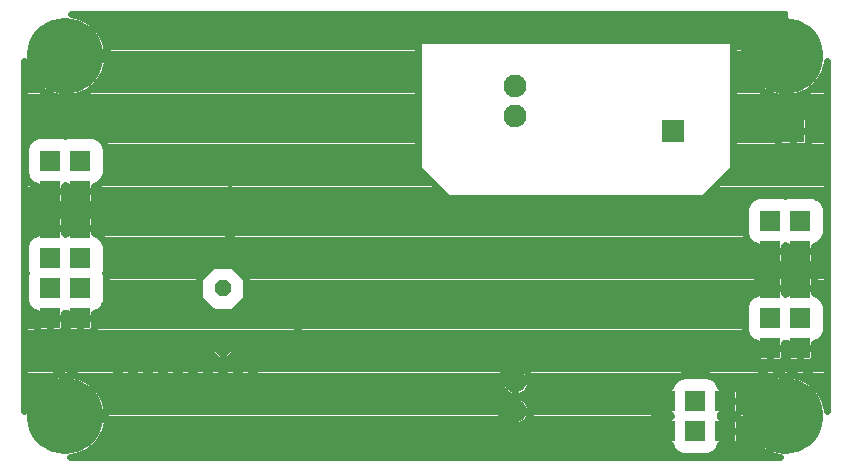
<source format=gbr>
G75*
G70*
%OFA0B0*%
%FSLAX24Y24*%
%IPPOS*%
%LPD*%
%AMOC8*
5,1,8,0,0,1.08239X$1,22.5*
%
%ADD10C,0.0760*%
%ADD11OC8,0.0520*%
%ADD12R,0.0650X0.0650*%
%ADD13C,0.2540*%
%ADD14R,0.0768X0.0768*%
%ADD15C,0.0240*%
%ADD16C,0.0160*%
%ADD17C,0.0357*%
D10*
X017300Y005192D03*
X017300Y006160D03*
X017300Y015018D03*
X017300Y016018D03*
D11*
X007550Y009268D03*
X007550Y007268D03*
D12*
X002800Y008268D03*
X001800Y008268D03*
X001800Y009268D03*
X002800Y009268D03*
X002800Y010268D03*
X001800Y010268D03*
X001800Y011268D03*
X002800Y011268D03*
X002800Y012518D03*
X001800Y012518D03*
X001800Y013518D03*
X002800Y013518D03*
X022300Y005518D03*
X023300Y005518D03*
X024300Y005518D03*
X024300Y004518D03*
X023300Y004518D03*
X022300Y004518D03*
X025800Y007268D03*
X026800Y007268D03*
X026800Y008268D03*
X025800Y008268D03*
X025800Y009268D03*
X026800Y009268D03*
X026800Y010518D03*
X025800Y010518D03*
X025800Y011518D03*
X026800Y011518D03*
D13*
X026300Y017018D03*
X026300Y005018D03*
X002300Y005018D03*
X002300Y017018D03*
D14*
X022550Y014518D03*
X026550Y014518D03*
D15*
X002504Y003642D02*
X002470Y003638D01*
X026130Y003638D01*
X026096Y003642D01*
X025962Y003668D01*
X025831Y003708D01*
X025705Y003760D01*
X025585Y003825D01*
X025471Y003901D01*
X025365Y003987D01*
X025269Y004084D01*
X025182Y004189D01*
X025106Y004303D01*
X025042Y004423D01*
X024990Y004549D01*
X024950Y004680D01*
X024923Y004814D01*
X024915Y004898D01*
X026180Y004898D01*
X026180Y005138D01*
X024915Y005138D01*
X024923Y005223D01*
X024950Y005356D01*
X024990Y005487D01*
X025042Y005613D01*
X025106Y005734D01*
X025182Y005847D01*
X025269Y005953D01*
X025365Y006049D01*
X025471Y006136D01*
X025585Y006212D01*
X025705Y006276D01*
X025831Y006329D01*
X025962Y006368D01*
X026096Y006395D01*
X026180Y006403D01*
X026180Y005138D01*
X026420Y005138D01*
X026420Y006403D01*
X026504Y006395D01*
X026638Y006368D01*
X026769Y006329D01*
X026895Y006276D01*
X027015Y006212D01*
X027129Y006136D01*
X027235Y006049D01*
X027331Y005953D01*
X027418Y005847D01*
X027494Y005734D01*
X027558Y005613D01*
X027610Y005487D01*
X027650Y005356D01*
X027677Y005223D01*
X027680Y005188D01*
X027680Y016849D01*
X027677Y016814D01*
X027650Y016680D01*
X027610Y016549D01*
X027558Y016423D01*
X027494Y016303D01*
X027418Y016189D01*
X027331Y016084D01*
X027235Y015987D01*
X027129Y015901D01*
X027015Y015825D01*
X026895Y015760D01*
X026769Y015708D01*
X026638Y015668D01*
X026504Y015642D01*
X026420Y015633D01*
X026420Y016898D01*
X026180Y016898D01*
X026180Y015633D01*
X026096Y015642D01*
X025962Y015668D01*
X025831Y015708D01*
X025705Y015760D01*
X025585Y015825D01*
X025471Y015901D01*
X025365Y015987D01*
X025269Y016084D01*
X025182Y016189D01*
X025106Y016303D01*
X025042Y016423D01*
X024990Y016549D01*
X024950Y016680D01*
X024923Y016814D01*
X024915Y016898D01*
X026180Y016898D01*
X026180Y017138D01*
X024915Y017138D01*
X024923Y017223D01*
X024950Y017356D01*
X024990Y017487D01*
X025042Y017613D01*
X025106Y017734D01*
X025182Y017847D01*
X025269Y017953D01*
X025365Y018049D01*
X025471Y018136D01*
X025585Y018212D01*
X025705Y018276D01*
X025831Y018329D01*
X025962Y018368D01*
X026096Y018395D01*
X026122Y018398D01*
X024679Y018398D01*
X024550Y018268D01*
X024550Y013268D01*
X023550Y012268D01*
X015050Y012268D01*
X014050Y013268D01*
X014050Y018398D01*
X002478Y018398D01*
X002504Y018395D01*
X002638Y018368D01*
X002769Y018329D01*
X002895Y018276D01*
X003015Y018212D01*
X003129Y018136D01*
X003235Y018049D01*
X003331Y017953D01*
X003418Y017847D01*
X003494Y017734D01*
X003558Y017613D01*
X003610Y017487D01*
X003650Y017356D01*
X003677Y017223D01*
X003685Y017138D01*
X002420Y017138D01*
X002420Y016898D01*
X002420Y015633D01*
X002504Y015642D01*
X002638Y015668D01*
X002769Y015708D01*
X002895Y015760D01*
X003015Y015825D01*
X003129Y015901D01*
X003235Y015987D01*
X003331Y016084D01*
X003418Y016189D01*
X003494Y016303D01*
X003558Y016423D01*
X003610Y016549D01*
X003650Y016680D01*
X003677Y016814D01*
X003685Y016898D01*
X002420Y016898D01*
X002180Y016898D01*
X002180Y015633D01*
X002096Y015642D01*
X001962Y015668D01*
X001831Y015708D01*
X001705Y015760D01*
X001585Y015825D01*
X001471Y015901D01*
X001365Y015987D01*
X001269Y016084D01*
X001182Y016189D01*
X001106Y016303D01*
X001042Y016423D01*
X000990Y016549D01*
X000950Y016680D01*
X000923Y016814D01*
X000920Y016849D01*
X000920Y005188D01*
X000923Y005223D01*
X000950Y005356D01*
X000990Y005487D01*
X001042Y005613D01*
X001106Y005734D01*
X001182Y005847D01*
X001269Y005953D01*
X001365Y006049D01*
X001471Y006136D01*
X001585Y006212D01*
X001705Y006276D01*
X001831Y006329D01*
X001962Y006368D01*
X002096Y006395D01*
X002180Y006403D01*
X002180Y005138D01*
X002420Y005138D01*
X003685Y005138D01*
X003677Y005223D01*
X003650Y005356D01*
X003610Y005487D01*
X003558Y005613D01*
X003494Y005734D01*
X003418Y005847D01*
X003331Y005953D01*
X003235Y006049D01*
X003129Y006136D01*
X003015Y006212D01*
X002895Y006276D01*
X002769Y006329D01*
X002638Y006368D01*
X002504Y006395D01*
X002420Y006403D01*
X002420Y005138D01*
X002420Y004898D01*
X003685Y004898D01*
X003677Y004814D01*
X003650Y004680D01*
X003610Y004549D01*
X003558Y004423D01*
X003494Y004303D01*
X003418Y004189D01*
X003331Y004084D01*
X003235Y003987D01*
X003129Y003901D01*
X003015Y003825D01*
X002895Y003760D01*
X002769Y003708D01*
X002638Y003668D01*
X002504Y003642D01*
X002831Y003734D02*
X022726Y003734D01*
X022680Y003752D02*
X022872Y003673D01*
X023728Y003673D01*
X023920Y003752D01*
X024066Y003899D01*
X024138Y004073D01*
X024300Y004073D01*
X024641Y004073D01*
X024671Y004081D01*
X024699Y004097D01*
X024721Y004120D01*
X024737Y004147D01*
X024745Y004178D01*
X024745Y004518D01*
X024300Y004518D01*
X024300Y004073D01*
X024300Y004518D01*
X024300Y004518D01*
X024300Y004518D01*
X024745Y004518D01*
X024745Y004859D01*
X024737Y004890D01*
X024721Y004917D01*
X024699Y004939D01*
X024671Y004955D01*
X024641Y004963D01*
X024300Y004963D01*
X024138Y004963D01*
X024115Y005018D01*
X024138Y005073D01*
X024300Y005073D01*
X024641Y005073D01*
X024671Y005081D01*
X024699Y005097D01*
X024721Y005120D01*
X024737Y005147D01*
X024745Y005178D01*
X024745Y005518D01*
X024300Y005518D01*
X024300Y005073D01*
X024300Y005518D01*
X024300Y005518D01*
X024300Y005518D01*
X024745Y005518D01*
X024745Y005859D01*
X024737Y005890D01*
X024721Y005917D01*
X024699Y005939D01*
X024671Y005955D01*
X024641Y005963D01*
X024300Y005963D01*
X024138Y005963D01*
X024066Y006138D01*
X023920Y006284D01*
X023728Y006363D01*
X022872Y006363D01*
X022680Y006284D01*
X022534Y006138D01*
X022462Y005963D01*
X022300Y005963D01*
X021959Y005963D01*
X021929Y005955D01*
X021901Y005939D01*
X021879Y005917D01*
X021863Y005890D01*
X021855Y005859D01*
X021855Y005518D01*
X021855Y005178D01*
X021863Y005147D01*
X021879Y005120D01*
X021901Y005097D01*
X021929Y005081D01*
X021959Y005073D01*
X022300Y005073D01*
X022462Y005073D01*
X022485Y005018D01*
X022462Y004963D01*
X022300Y004963D01*
X021959Y004963D01*
X021929Y004955D01*
X021901Y004939D01*
X021879Y004917D01*
X021863Y004890D01*
X021855Y004859D01*
X021855Y004518D01*
X021855Y004178D01*
X021863Y004147D01*
X021879Y004120D01*
X021901Y004097D01*
X021929Y004081D01*
X021959Y004073D01*
X022300Y004073D01*
X022462Y004073D01*
X022534Y003899D01*
X022680Y003752D01*
X022504Y003972D02*
X003217Y003972D01*
X003432Y004211D02*
X021855Y004211D01*
X021855Y004449D02*
X003569Y004449D01*
X003651Y004688D02*
X021855Y004688D01*
X021855Y004518D02*
X022300Y004518D01*
X022300Y004073D01*
X022300Y004518D01*
X022300Y004518D01*
X021855Y004518D01*
X021888Y004926D02*
X017725Y004926D01*
X017728Y004929D02*
X017763Y005000D01*
X017788Y005074D01*
X017800Y005152D01*
X017800Y005192D01*
X017800Y005231D01*
X017788Y005309D01*
X017763Y005383D01*
X017728Y005454D01*
X017681Y005517D01*
X017626Y005573D01*
X017562Y005619D01*
X017492Y005655D01*
X017428Y005676D01*
X017492Y005697D01*
X017562Y005732D01*
X017626Y005779D01*
X017681Y005834D01*
X017728Y005898D01*
X017763Y005968D01*
X017788Y006043D01*
X017800Y006121D01*
X017800Y006160D01*
X017300Y006160D01*
X017300Y005192D01*
X017300Y005692D01*
X017300Y006160D01*
X017300Y006160D01*
X017300Y006160D01*
X016800Y006160D01*
X016800Y006121D01*
X016812Y006043D01*
X016837Y005968D01*
X016872Y005898D01*
X016919Y005834D01*
X016974Y005779D01*
X017038Y005732D01*
X017108Y005697D01*
X017172Y005676D01*
X017108Y005655D01*
X017038Y005619D01*
X016974Y005573D01*
X016919Y005517D01*
X016872Y005454D01*
X016837Y005383D01*
X016812Y005309D01*
X016800Y005231D01*
X016800Y005192D01*
X017300Y005192D01*
X017300Y005192D01*
X017300Y005192D01*
X017800Y005192D01*
X017300Y005192D01*
X017300Y005192D01*
X016800Y005192D01*
X016800Y005152D01*
X016812Y005074D01*
X016837Y005000D01*
X016872Y004929D01*
X016919Y004866D01*
X016974Y004810D01*
X017038Y004764D01*
X017108Y004728D01*
X017183Y004704D01*
X017261Y004692D01*
X017300Y004692D01*
X017339Y004692D01*
X017417Y004704D01*
X017492Y004728D01*
X017562Y004764D01*
X017626Y004810D01*
X017681Y004866D01*
X017728Y004929D01*
X017800Y005165D02*
X021858Y005165D01*
X021855Y005403D02*
X017753Y005403D01*
X017518Y005642D02*
X021855Y005642D01*
X021855Y005518D02*
X022300Y005518D01*
X022300Y005073D01*
X022300Y005518D01*
X022300Y005518D01*
X021855Y005518D01*
X021861Y005880D02*
X017715Y005880D01*
X017800Y006119D02*
X022526Y006119D01*
X022300Y005963D02*
X022300Y005518D01*
X022300Y005518D01*
X022300Y005963D01*
X022300Y005880D02*
X022300Y005880D01*
X022300Y005642D02*
X022300Y005642D01*
X022300Y005518D02*
X022300Y005518D01*
X022300Y005403D02*
X022300Y005403D01*
X022300Y005165D02*
X022300Y005165D01*
X022300Y004963D02*
X022300Y004518D01*
X022300Y004518D01*
X022300Y004518D01*
X022300Y004963D01*
X022300Y004926D02*
X022300Y004926D01*
X022300Y004688D02*
X022300Y004688D01*
X022300Y004449D02*
X022300Y004449D01*
X022300Y004211D02*
X022300Y004211D01*
X023874Y003734D02*
X025769Y003734D01*
X025383Y003972D02*
X024096Y003972D01*
X024300Y004211D02*
X024300Y004211D01*
X024745Y004211D02*
X025168Y004211D01*
X025031Y004449D02*
X024745Y004449D01*
X024745Y004688D02*
X024949Y004688D01*
X024712Y004926D02*
X026180Y004926D01*
X026180Y005165D02*
X026420Y005165D01*
X026420Y005403D02*
X026180Y005403D01*
X026180Y005642D02*
X026420Y005642D01*
X026420Y005880D02*
X026180Y005880D01*
X026180Y006119D02*
X026420Y006119D01*
X026420Y006357D02*
X026180Y006357D01*
X025926Y006357D02*
X023743Y006357D01*
X024074Y006119D02*
X025450Y006119D01*
X025209Y005880D02*
X024739Y005880D01*
X024745Y005642D02*
X025057Y005642D01*
X024964Y005403D02*
X024745Y005403D01*
X024742Y005165D02*
X024918Y005165D01*
X024300Y005165D02*
X024300Y005165D01*
X024300Y004963D02*
X024300Y004518D01*
X024300Y004518D01*
X024300Y004963D01*
X024300Y004926D02*
X024300Y004926D01*
X024300Y004688D02*
X024300Y004688D01*
X024300Y004449D02*
X024300Y004449D01*
X024300Y005403D02*
X024300Y005403D01*
X024300Y005518D02*
X024300Y005963D01*
X024300Y005518D01*
X024300Y005518D01*
X024300Y005642D02*
X024300Y005642D01*
X024300Y005880D02*
X024300Y005880D01*
X025379Y006870D02*
X025363Y006897D01*
X025355Y006928D01*
X025355Y007268D01*
X025800Y007268D01*
X025800Y006823D01*
X026141Y006823D01*
X026171Y006831D01*
X026199Y006847D01*
X026221Y006870D01*
X026237Y006897D01*
X026245Y006928D01*
X026245Y007268D01*
X025800Y007268D01*
X025800Y007268D01*
X025800Y006823D01*
X025459Y006823D01*
X025429Y006831D01*
X025401Y006847D01*
X025379Y006870D01*
X025424Y006834D02*
X000920Y006834D01*
X000920Y006596D02*
X017054Y006596D01*
X017038Y006588D02*
X016974Y006541D01*
X016919Y006486D01*
X016872Y006422D01*
X016837Y006352D01*
X016812Y006277D01*
X016800Y006199D01*
X016800Y006160D01*
X017300Y006160D01*
X017300Y006160D01*
X017800Y006160D01*
X017800Y006199D01*
X017788Y006277D01*
X017763Y006352D01*
X017728Y006422D01*
X017681Y006486D01*
X017626Y006541D01*
X017562Y006588D01*
X017492Y006623D01*
X017417Y006648D01*
X017339Y006660D01*
X017300Y006660D01*
X017300Y006160D01*
X017300Y006660D01*
X017261Y006660D01*
X017183Y006648D01*
X017108Y006623D01*
X017038Y006588D01*
X017300Y006596D02*
X017300Y006596D01*
X017546Y006596D02*
X027680Y006596D01*
X027680Y006834D02*
X027176Y006834D01*
X027171Y006831D02*
X027199Y006847D01*
X027221Y006870D01*
X027237Y006897D01*
X027245Y006928D01*
X027245Y007268D01*
X026800Y007268D01*
X026800Y006823D01*
X027141Y006823D01*
X027171Y006831D01*
X027245Y007073D02*
X027680Y007073D01*
X027680Y007311D02*
X027245Y007311D01*
X027245Y007268D02*
X027245Y007430D01*
X027420Y007502D01*
X027566Y007649D01*
X027645Y007840D01*
X027645Y008697D01*
X027566Y008888D01*
X027420Y009034D01*
X027245Y009106D01*
X027245Y009268D01*
X026800Y009268D01*
X026355Y009268D01*
X026355Y009106D01*
X026300Y009084D01*
X026245Y009106D01*
X026245Y009268D01*
X025800Y009268D01*
X025800Y009268D01*
X025355Y009268D01*
X025355Y009106D01*
X025180Y009034D01*
X025034Y008888D01*
X024955Y008697D01*
X024955Y007840D01*
X025034Y007649D01*
X025180Y007502D01*
X025355Y007430D01*
X025355Y007268D01*
X025800Y007268D01*
X025800Y007268D01*
X025800Y007268D01*
X026245Y007268D01*
X026245Y007430D01*
X026300Y007453D01*
X026355Y007430D01*
X026355Y007268D01*
X026355Y006928D01*
X026363Y006897D01*
X026379Y006870D01*
X026401Y006847D01*
X026429Y006831D01*
X026459Y006823D01*
X026800Y006823D01*
X026800Y007268D01*
X026800Y007268D01*
X026800Y007268D01*
X026355Y007268D01*
X026800Y007268D01*
X026800Y007268D01*
X027245Y007268D01*
X027467Y007550D02*
X027680Y007550D01*
X027680Y007788D02*
X027624Y007788D01*
X027645Y008027D02*
X027680Y008027D01*
X027680Y008265D02*
X027645Y008265D01*
X027645Y008504D02*
X027680Y008504D01*
X027680Y008742D02*
X027626Y008742D01*
X027680Y008981D02*
X027473Y008981D01*
X027680Y009219D02*
X027245Y009219D01*
X027245Y009268D02*
X027245Y009609D01*
X027237Y009640D01*
X027221Y009667D01*
X027199Y009689D01*
X027171Y009705D01*
X027141Y009713D01*
X026800Y009713D01*
X026459Y009713D01*
X026429Y009705D01*
X026401Y009689D01*
X026379Y009667D01*
X026363Y009640D01*
X026355Y009609D01*
X026355Y009268D01*
X026800Y009268D01*
X026800Y009268D01*
X026800Y009268D01*
X027245Y009268D01*
X027245Y009458D02*
X027680Y009458D01*
X027680Y009696D02*
X027187Y009696D01*
X026800Y009696D02*
X026800Y009696D01*
X026800Y009713D02*
X026800Y009268D01*
X026800Y009268D01*
X026800Y009713D01*
X026413Y009696D02*
X026187Y009696D01*
X026199Y009689D02*
X026171Y009705D01*
X026141Y009713D01*
X025800Y009713D01*
X025459Y009713D01*
X025429Y009705D01*
X025401Y009689D01*
X025379Y009667D01*
X025363Y009640D01*
X025355Y009609D01*
X025355Y009268D01*
X025800Y009268D01*
X025800Y009268D01*
X026245Y009268D01*
X026245Y009609D01*
X026237Y009640D01*
X026221Y009667D01*
X026199Y009689D01*
X025800Y009696D02*
X025800Y009696D01*
X025800Y009713D02*
X025800Y009268D01*
X025800Y009268D01*
X025800Y009713D01*
X025413Y009696D02*
X008225Y009696D01*
X008330Y009591D02*
X007873Y010048D01*
X007227Y010048D01*
X006770Y009591D01*
X006770Y008945D01*
X007227Y008488D01*
X007873Y008488D01*
X008330Y008945D01*
X008330Y009591D01*
X008330Y009458D02*
X025355Y009458D01*
X025355Y009219D02*
X008330Y009219D01*
X008330Y008981D02*
X025127Y008981D01*
X024974Y008742D02*
X008127Y008742D01*
X007889Y008504D02*
X024955Y008504D01*
X024955Y008265D02*
X003245Y008265D01*
X003245Y008268D02*
X002800Y008268D01*
X002800Y007823D01*
X003141Y007823D01*
X003171Y007831D01*
X003199Y007847D01*
X003221Y007870D01*
X003237Y007897D01*
X003245Y007928D01*
X003245Y008268D01*
X003245Y008430D01*
X003420Y008502D01*
X003566Y008649D01*
X003645Y008840D01*
X003645Y009697D01*
X003615Y009768D01*
X003645Y009840D01*
X003645Y010697D01*
X003566Y010888D01*
X003420Y011034D01*
X003245Y011106D01*
X003245Y011268D01*
X002800Y011268D01*
X002355Y011268D01*
X002355Y011106D01*
X002300Y011084D01*
X002245Y011106D01*
X002245Y011268D01*
X001800Y011268D01*
X001800Y011268D01*
X001355Y011268D01*
X001355Y011106D01*
X001180Y011034D01*
X001034Y010888D01*
X000955Y010697D01*
X000955Y009840D01*
X000985Y009768D01*
X000955Y009697D01*
X000955Y008840D01*
X001034Y008649D01*
X001180Y008502D01*
X001355Y008430D01*
X001355Y008268D01*
X001355Y007928D01*
X001363Y007897D01*
X001379Y007870D01*
X001401Y007847D01*
X001429Y007831D01*
X001459Y007823D01*
X001800Y007823D01*
X002141Y007823D01*
X002171Y007831D01*
X002199Y007847D01*
X002221Y007870D01*
X002237Y007897D01*
X002245Y007928D01*
X002245Y008268D01*
X001800Y008268D01*
X001800Y007823D01*
X001800Y008268D01*
X001800Y008268D01*
X001800Y008268D01*
X001355Y008268D01*
X001800Y008268D01*
X001800Y008268D01*
X002245Y008268D01*
X002245Y008430D01*
X002300Y008453D01*
X002355Y008430D01*
X002355Y008268D01*
X002355Y007928D01*
X002363Y007897D01*
X002379Y007870D01*
X002401Y007847D01*
X002429Y007831D01*
X002459Y007823D01*
X002800Y007823D01*
X002800Y008268D01*
X002800Y008268D01*
X002800Y008268D01*
X002355Y008268D01*
X002800Y008268D01*
X002800Y008268D01*
X003245Y008268D01*
X003245Y008027D02*
X024955Y008027D01*
X024976Y007788D02*
X000920Y007788D01*
X000920Y007550D02*
X007294Y007550D01*
X007393Y007648D02*
X007170Y007426D01*
X007170Y007268D01*
X007170Y007111D01*
X007393Y006888D01*
X007550Y006888D01*
X007550Y007268D01*
X007550Y006888D01*
X007707Y006888D01*
X007930Y007111D01*
X007930Y007268D01*
X007550Y007268D01*
X007550Y007268D01*
X007170Y007268D01*
X007550Y007268D01*
X007550Y007268D01*
X007550Y007268D01*
X007930Y007268D01*
X007930Y007426D01*
X007707Y007648D01*
X007550Y007648D01*
X007393Y007648D01*
X007550Y007648D02*
X007550Y007268D01*
X007550Y007268D01*
X007550Y007648D01*
X007550Y007550D02*
X007550Y007550D01*
X007806Y007550D02*
X025133Y007550D01*
X025355Y007311D02*
X007930Y007311D01*
X007892Y007073D02*
X025355Y007073D01*
X025800Y007073D02*
X025800Y007073D01*
X025800Y006834D02*
X025800Y006834D01*
X026176Y006834D02*
X026424Y006834D01*
X026355Y007073D02*
X026245Y007073D01*
X026245Y007311D02*
X026355Y007311D01*
X026800Y007073D02*
X026800Y007073D01*
X026800Y006834D02*
X026800Y006834D01*
X026674Y006357D02*
X027680Y006357D01*
X027680Y006119D02*
X027150Y006119D01*
X027391Y005880D02*
X027680Y005880D01*
X027680Y005642D02*
X027543Y005642D01*
X027636Y005403D02*
X027680Y005403D01*
X022857Y006357D02*
X017761Y006357D01*
X017300Y006357D02*
X017300Y006357D01*
X017300Y006160D02*
X017300Y006160D01*
X017300Y006119D02*
X017300Y006119D01*
X017300Y005880D02*
X017300Y005880D01*
X017300Y005642D02*
X017300Y005642D01*
X017082Y005642D02*
X003543Y005642D01*
X003391Y005880D02*
X016885Y005880D01*
X016800Y006119D02*
X003150Y006119D01*
X002674Y006357D02*
X016839Y006357D01*
X016847Y005403D02*
X003636Y005403D01*
X003682Y005165D02*
X016800Y005165D01*
X016875Y004926D02*
X002420Y004926D01*
X002420Y005165D02*
X002180Y005165D01*
X002180Y005403D02*
X002420Y005403D01*
X002420Y005642D02*
X002180Y005642D01*
X002180Y005880D02*
X002420Y005880D01*
X002420Y006119D02*
X002180Y006119D01*
X002180Y006357D02*
X002420Y006357D01*
X001926Y006357D02*
X000920Y006357D01*
X000920Y006119D02*
X001450Y006119D01*
X001209Y005880D02*
X000920Y005880D01*
X000920Y005642D02*
X001057Y005642D01*
X000964Y005403D02*
X000920Y005403D01*
X000920Y007073D02*
X007208Y007073D01*
X007170Y007311D02*
X000920Y007311D01*
X000920Y008027D02*
X001355Y008027D01*
X001355Y008265D02*
X000920Y008265D01*
X000920Y008504D02*
X001179Y008504D01*
X000995Y008742D02*
X000920Y008742D01*
X000920Y008981D02*
X000955Y008981D01*
X000955Y009219D02*
X000920Y009219D01*
X000920Y009458D02*
X000955Y009458D01*
X000955Y009696D02*
X000920Y009696D01*
X000920Y009935D02*
X000955Y009935D01*
X000955Y010173D02*
X000920Y010173D01*
X000920Y010412D02*
X000955Y010412D01*
X000955Y010650D02*
X000920Y010650D01*
X000920Y010889D02*
X001035Y010889D01*
X000920Y011127D02*
X001355Y011127D01*
X001355Y011268D02*
X001355Y011609D01*
X001363Y011640D01*
X001379Y011667D01*
X001401Y011689D01*
X001429Y011705D01*
X001459Y011713D01*
X001800Y011713D01*
X001800Y011268D01*
X001800Y011268D01*
X002245Y011268D01*
X002245Y011609D01*
X002237Y011640D01*
X002221Y011667D01*
X002199Y011689D01*
X002171Y011705D01*
X002141Y011713D01*
X001800Y011713D01*
X001800Y011268D01*
X001355Y011268D01*
X001355Y011366D02*
X000920Y011366D01*
X000920Y011604D02*
X001355Y011604D01*
X001800Y011604D02*
X001800Y011604D01*
X001800Y011366D02*
X001800Y011366D01*
X001800Y011268D02*
X001800Y011268D01*
X002245Y011366D02*
X002355Y011366D01*
X002355Y011268D02*
X002800Y011268D01*
X002800Y011268D01*
X002800Y011268D01*
X003245Y011268D01*
X003245Y011609D01*
X003237Y011640D01*
X003221Y011667D01*
X003199Y011689D01*
X003171Y011705D01*
X003141Y011713D01*
X002800Y011713D01*
X002459Y011713D01*
X002429Y011705D01*
X002401Y011689D01*
X002379Y011667D01*
X002363Y011640D01*
X002355Y011609D01*
X002355Y011268D01*
X002355Y011127D02*
X002245Y011127D01*
X002800Y011268D02*
X002800Y011713D01*
X002800Y011268D01*
X002800Y011268D01*
X002800Y011366D02*
X002800Y011366D01*
X003245Y011366D02*
X024955Y011366D01*
X024955Y011127D02*
X003245Y011127D01*
X003565Y010889D02*
X025044Y010889D01*
X025034Y010899D02*
X025180Y010752D01*
X025355Y010680D01*
X025355Y010518D01*
X025355Y010178D01*
X025363Y010147D01*
X025379Y010120D01*
X025401Y010097D01*
X025429Y010081D01*
X025459Y010073D01*
X025800Y010073D01*
X026141Y010073D01*
X026171Y010081D01*
X026199Y010097D01*
X026221Y010120D01*
X026237Y010147D01*
X026245Y010178D01*
X026245Y010518D01*
X025800Y010518D01*
X025800Y010073D01*
X025800Y010518D01*
X025800Y010518D01*
X025800Y010518D01*
X025355Y010518D01*
X025800Y010518D01*
X025800Y010518D01*
X026245Y010518D01*
X026245Y010680D01*
X026300Y010703D01*
X026355Y010680D01*
X026355Y010518D01*
X026355Y010178D01*
X026363Y010147D01*
X026379Y010120D01*
X026401Y010097D01*
X026429Y010081D01*
X026459Y010073D01*
X026800Y010073D01*
X027141Y010073D01*
X027171Y010081D01*
X027199Y010097D01*
X027221Y010120D01*
X027237Y010147D01*
X027245Y010178D01*
X027245Y010518D01*
X026800Y010518D01*
X026800Y010073D01*
X026800Y010518D01*
X026800Y010518D01*
X026355Y010518D01*
X026800Y010518D01*
X026800Y010518D01*
X026800Y010518D01*
X027245Y010518D01*
X027245Y010680D01*
X027420Y010752D01*
X027566Y010899D01*
X027645Y011090D01*
X027645Y011947D01*
X027566Y012138D01*
X027420Y012284D01*
X027228Y012363D01*
X026372Y012363D01*
X026300Y012334D01*
X026228Y012363D01*
X025372Y012363D01*
X025180Y012284D01*
X025034Y012138D01*
X024955Y011947D01*
X024955Y011090D01*
X025034Y010899D01*
X025355Y010650D02*
X003645Y010650D01*
X003645Y010412D02*
X025355Y010412D01*
X025356Y010173D02*
X003645Y010173D01*
X003645Y009935D02*
X007113Y009935D01*
X006875Y009696D02*
X003645Y009696D01*
X003645Y009458D02*
X006770Y009458D01*
X006770Y009219D02*
X003645Y009219D01*
X003645Y008981D02*
X006770Y008981D01*
X006973Y008742D02*
X003605Y008742D01*
X003421Y008504D02*
X007211Y008504D01*
X007550Y007311D02*
X007550Y007311D01*
X007550Y007073D02*
X007550Y007073D01*
X007987Y009935D02*
X027680Y009935D01*
X027680Y010173D02*
X027244Y010173D01*
X027245Y010412D02*
X027680Y010412D01*
X027680Y010650D02*
X027245Y010650D01*
X027556Y010889D02*
X027680Y010889D01*
X027680Y011127D02*
X027645Y011127D01*
X027645Y011366D02*
X027680Y011366D01*
X027680Y011604D02*
X027645Y011604D01*
X027645Y011843D02*
X027680Y011843D01*
X027680Y012081D02*
X027589Y012081D01*
X027680Y012320D02*
X027333Y012320D01*
X027680Y012558D02*
X023840Y012558D01*
X024079Y012797D02*
X027680Y012797D01*
X027680Y013035D02*
X024317Y013035D01*
X024550Y013274D02*
X027680Y013274D01*
X027680Y013512D02*
X024550Y013512D01*
X024550Y013751D02*
X027680Y013751D01*
X027680Y013989D02*
X024550Y013989D01*
X024550Y014228D02*
X026046Y014228D01*
X026046Y014119D02*
X026054Y014088D01*
X026070Y014061D01*
X026092Y014038D01*
X026120Y014023D01*
X026150Y014014D01*
X026542Y014014D01*
X026542Y014510D01*
X026558Y014510D01*
X026558Y014014D01*
X026950Y014014D01*
X026980Y014023D01*
X027008Y014038D01*
X027030Y014061D01*
X027046Y014088D01*
X027054Y014119D01*
X027054Y014510D01*
X026558Y014510D01*
X026558Y014526D01*
X027054Y014526D01*
X027054Y014918D01*
X027046Y014948D01*
X027030Y014976D01*
X027008Y014998D01*
X026980Y015014D01*
X026950Y015022D01*
X026558Y015022D01*
X026558Y014526D01*
X026542Y014526D01*
X026542Y014510D01*
X026046Y014510D01*
X026046Y014119D01*
X026046Y014466D02*
X024550Y014466D01*
X024550Y014705D02*
X026046Y014705D01*
X026046Y014526D02*
X026542Y014526D01*
X026542Y015022D01*
X026150Y015022D01*
X026120Y015014D01*
X026092Y014998D01*
X026070Y014976D01*
X026054Y014948D01*
X026046Y014918D01*
X026046Y014526D01*
X026542Y014466D02*
X026558Y014466D01*
X026542Y014228D02*
X026558Y014228D01*
X027054Y014228D02*
X027680Y014228D01*
X027680Y014466D02*
X027054Y014466D01*
X027054Y014705D02*
X027680Y014705D01*
X027680Y014943D02*
X027047Y014943D01*
X026558Y014943D02*
X026542Y014943D01*
X026542Y014705D02*
X026558Y014705D01*
X026053Y014943D02*
X024550Y014943D01*
X024550Y015182D02*
X027680Y015182D01*
X027680Y015420D02*
X024550Y015420D01*
X024550Y015659D02*
X026010Y015659D01*
X026180Y015659D02*
X026420Y015659D01*
X026590Y015659D02*
X027680Y015659D01*
X027680Y015897D02*
X027124Y015897D01*
X027374Y016136D02*
X027680Y016136D01*
X027680Y016374D02*
X027532Y016374D01*
X027630Y016613D02*
X027680Y016613D01*
X026420Y016613D02*
X026180Y016613D01*
X026180Y016374D02*
X026420Y016374D01*
X026420Y016136D02*
X026180Y016136D01*
X026180Y015897D02*
X026420Y015897D01*
X025476Y015897D02*
X024550Y015897D01*
X024550Y016136D02*
X025226Y016136D01*
X025068Y016374D02*
X024550Y016374D01*
X024550Y016613D02*
X024970Y016613D01*
X024920Y016851D02*
X024550Y016851D01*
X024550Y017090D02*
X026180Y017090D01*
X026180Y016851D02*
X026420Y016851D01*
X024944Y017328D02*
X024550Y017328D01*
X024550Y017567D02*
X025023Y017567D01*
X025154Y017805D02*
X024550Y017805D01*
X024550Y018044D02*
X025360Y018044D01*
X025719Y018282D02*
X024564Y018282D01*
X025267Y012320D02*
X023602Y012320D01*
X025011Y012081D02*
X003171Y012081D01*
X003199Y012097D01*
X003221Y012120D01*
X003237Y012147D01*
X003245Y012178D01*
X003245Y012518D01*
X002800Y012518D01*
X002800Y012073D01*
X003141Y012073D01*
X003171Y012081D01*
X003245Y012320D02*
X014998Y012320D01*
X014760Y012558D02*
X003245Y012558D01*
X003245Y012518D02*
X003245Y012680D01*
X003420Y012752D01*
X003566Y012899D01*
X003645Y013090D01*
X003645Y013947D01*
X003566Y014138D01*
X003420Y014284D01*
X003228Y014363D01*
X002372Y014363D01*
X002300Y014334D01*
X002228Y014363D01*
X001372Y014363D01*
X001180Y014284D01*
X001034Y014138D01*
X000955Y013947D01*
X000955Y013090D01*
X001034Y012899D01*
X001180Y012752D01*
X001355Y012680D01*
X001355Y012518D01*
X001355Y012178D01*
X001363Y012147D01*
X001379Y012120D01*
X001401Y012097D01*
X001429Y012081D01*
X000920Y012081D01*
X000920Y011843D02*
X024955Y011843D01*
X024955Y011604D02*
X003245Y011604D01*
X002800Y011604D02*
X002800Y011604D01*
X002355Y011604D02*
X002245Y011604D01*
X002141Y012073D02*
X001800Y012073D01*
X001800Y012518D01*
X001800Y012518D01*
X001800Y012073D01*
X001459Y012073D01*
X001429Y012081D01*
X001355Y012320D02*
X000920Y012320D01*
X000920Y012558D02*
X001355Y012558D01*
X001355Y012518D02*
X001800Y012518D01*
X001800Y012518D01*
X002245Y012518D01*
X002245Y012178D01*
X002237Y012147D01*
X002221Y012120D01*
X002199Y012097D01*
X002171Y012081D01*
X002429Y012081D01*
X002459Y012073D01*
X002800Y012073D01*
X002800Y012518D01*
X002800Y012518D01*
X002355Y012518D01*
X002355Y012178D01*
X002363Y012147D01*
X002379Y012120D01*
X002401Y012097D01*
X002429Y012081D01*
X002355Y012320D02*
X002245Y012320D01*
X002245Y012518D02*
X002245Y012680D01*
X002300Y012703D01*
X002355Y012680D01*
X002355Y012518D01*
X002800Y012518D01*
X002800Y012518D01*
X002800Y012518D01*
X003245Y012518D01*
X002800Y012320D02*
X002800Y012320D01*
X002800Y012081D02*
X002800Y012081D01*
X002171Y012081D02*
X002141Y012073D01*
X001800Y012081D02*
X001800Y012081D01*
X001800Y012320D02*
X001800Y012320D01*
X001800Y012518D02*
X001355Y012518D01*
X001800Y012518D02*
X001800Y012518D01*
X002245Y012518D01*
X002245Y012558D02*
X002355Y012558D01*
X003464Y012797D02*
X014521Y012797D01*
X014283Y013035D02*
X003622Y013035D01*
X003645Y013274D02*
X014050Y013274D01*
X014050Y013512D02*
X003645Y013512D01*
X003645Y013751D02*
X014050Y013751D01*
X014050Y013989D02*
X003627Y013989D01*
X003476Y014228D02*
X014050Y014228D01*
X014050Y014466D02*
X000920Y014466D01*
X000920Y014228D02*
X001124Y014228D01*
X000973Y013989D02*
X000920Y013989D01*
X000920Y013751D02*
X000955Y013751D01*
X000955Y013512D02*
X000920Y013512D01*
X000920Y013274D02*
X000955Y013274D01*
X000978Y013035D02*
X000920Y013035D01*
X000920Y012797D02*
X001136Y012797D01*
X000920Y014705D02*
X014050Y014705D01*
X014050Y014943D02*
X000920Y014943D01*
X000920Y015182D02*
X014050Y015182D01*
X014050Y015420D02*
X000920Y015420D01*
X000920Y015659D02*
X002010Y015659D01*
X002180Y015659D02*
X002420Y015659D01*
X002590Y015659D02*
X014050Y015659D01*
X014050Y015897D02*
X003124Y015897D01*
X003374Y016136D02*
X014050Y016136D01*
X014050Y016374D02*
X003532Y016374D01*
X003630Y016613D02*
X014050Y016613D01*
X014050Y016851D02*
X003680Y016851D01*
X003656Y017328D02*
X014050Y017328D01*
X014050Y017090D02*
X002420Y017090D01*
X002420Y016851D02*
X002180Y016851D01*
X002180Y016613D02*
X002420Y016613D01*
X002420Y016374D02*
X002180Y016374D01*
X002180Y016136D02*
X002420Y016136D01*
X002420Y015897D02*
X002180Y015897D01*
X001476Y015897D02*
X000920Y015897D01*
X000920Y016136D02*
X001226Y016136D01*
X001068Y016374D02*
X000920Y016374D01*
X000920Y016613D02*
X000970Y016613D01*
X003240Y018044D02*
X014050Y018044D01*
X014050Y018282D02*
X002881Y018282D01*
X003446Y017805D02*
X014050Y017805D01*
X014050Y017567D02*
X003577Y017567D01*
X002800Y008265D02*
X002800Y008265D01*
X002800Y008027D02*
X002800Y008027D01*
X002355Y008027D02*
X002245Y008027D01*
X002245Y008265D02*
X002355Y008265D01*
X001800Y008265D02*
X001800Y008265D01*
X001800Y008027D02*
X001800Y008027D01*
X017300Y005403D02*
X017300Y005403D01*
X017300Y005192D02*
X017300Y004692D01*
X017300Y005192D01*
X017300Y005192D01*
X017300Y005165D02*
X017300Y005165D01*
X017300Y004926D02*
X017300Y004926D01*
X025800Y009458D02*
X025800Y009458D01*
X026245Y009458D02*
X026355Y009458D01*
X026355Y009219D02*
X026245Y009219D01*
X026800Y009458D02*
X026800Y009458D01*
X026800Y010173D02*
X026800Y010173D01*
X026800Y010412D02*
X026800Y010412D01*
X026355Y010412D02*
X026245Y010412D01*
X026244Y010173D02*
X026356Y010173D01*
X025800Y010173D02*
X025800Y010173D01*
X025800Y010412D02*
X025800Y010412D01*
X026245Y010650D02*
X026355Y010650D01*
D16*
X026300Y017518D02*
X026220Y017518D01*
X026220Y018367D01*
X026102Y018355D01*
X025972Y018329D01*
X025845Y018291D01*
X025722Y018240D01*
X025605Y018178D01*
X025495Y018104D01*
X025392Y018020D01*
X025299Y017926D01*
X025214Y017823D01*
X025141Y017713D01*
X025078Y017596D01*
X025046Y017518D01*
X014050Y017518D01*
X014050Y018438D01*
X026300Y018438D01*
X026300Y017518D01*
X026300Y017600D02*
X026220Y017600D01*
X026220Y017759D02*
X026300Y017759D01*
X026300Y017917D02*
X026220Y017917D01*
X026220Y018076D02*
X026300Y018076D01*
X026300Y018234D02*
X026220Y018234D01*
X026300Y018393D02*
X014050Y018393D01*
X014050Y018234D02*
X025711Y018234D01*
X025461Y018076D02*
X014050Y018076D01*
X014050Y017917D02*
X025291Y017917D01*
X025171Y017759D02*
X014050Y017759D01*
X014050Y017600D02*
X025080Y017600D01*
D17*
X026300Y015268D03*
X026800Y015268D03*
X027300Y015268D03*
X027300Y014768D03*
X027300Y014268D03*
X027300Y013768D03*
X026800Y013768D03*
X026300Y013768D03*
X027550Y007268D03*
X027550Y006768D03*
X027050Y006518D03*
X026550Y006518D03*
X026050Y006518D03*
X025550Y006518D03*
X021550Y005768D03*
X021550Y005268D03*
X020800Y005768D03*
X020050Y005768D03*
X020050Y006268D03*
X019550Y006268D03*
X019050Y006268D03*
X018550Y006268D03*
X018050Y006268D03*
X018050Y005768D03*
X018050Y005268D03*
X018050Y004768D03*
X018050Y004268D03*
X017550Y004268D03*
X017050Y004268D03*
X016550Y004268D03*
X016550Y004768D03*
X016550Y005268D03*
X016550Y005768D03*
X016550Y006268D03*
X021550Y004768D03*
X021550Y004268D03*
X011300Y010268D03*
X011300Y010768D03*
X011300Y011268D03*
X011300Y011768D03*
X011300Y012268D03*
X012050Y012268D03*
X012050Y013018D03*
X012050Y013768D03*
X012050Y014518D03*
X012050Y015268D03*
X012050Y016018D03*
X011300Y016018D03*
X010800Y016018D03*
X010300Y016018D03*
X009800Y016018D03*
X009300Y016018D03*
X008800Y016018D03*
X008300Y016018D03*
X007800Y016018D03*
X007300Y016018D03*
X006800Y016018D03*
X006300Y016018D03*
X006300Y015518D03*
X006300Y015018D03*
X005800Y015018D03*
X005300Y015018D03*
X004800Y015018D03*
X004300Y015018D03*
X003800Y015018D03*
X003300Y015018D03*
X003050Y014518D03*
X002550Y014518D03*
X002050Y014518D03*
X001550Y014518D03*
X001050Y014518D03*
X007050Y014518D03*
X007550Y014518D03*
X007800Y012518D03*
X007800Y012018D03*
X007800Y011518D03*
X007800Y011018D03*
X007800Y010518D03*
X006550Y010268D03*
X006550Y010768D03*
X010050Y008768D03*
X010550Y009268D03*
X011050Y009768D03*
X010050Y008268D03*
X010050Y007768D03*
X009550Y007518D03*
X009050Y007518D03*
X008550Y007518D03*
X008550Y007018D03*
X008550Y006518D03*
X008050Y006518D03*
X007550Y006518D03*
X007050Y006518D03*
X006550Y006518D03*
X006050Y006518D03*
X005550Y006518D03*
X005050Y006518D03*
X004550Y006518D03*
X004050Y006518D03*
X002800Y007018D03*
X002300Y007018D03*
X001800Y007018D03*
X001300Y007018D03*
X001300Y007518D03*
X001800Y007518D03*
X002300Y007518D03*
X002800Y007518D03*
M02*

</source>
